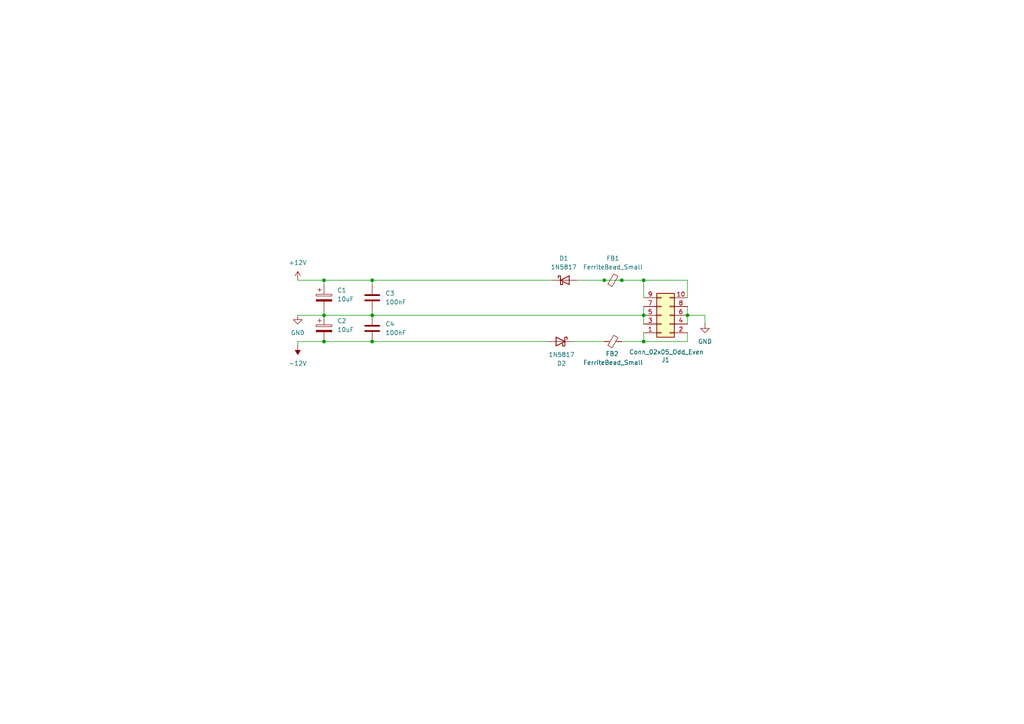
<source format=kicad_sch>
(kicad_sch (version 20250114) (generator "eeschema") (generator_version "9.0")
  (paper "A4")
  (lib_symbols
    (symbol "Connector_Generic:Conn_02x05_Odd_Even" (pin_names (offset 1.016) (hide yes))
      (property "Reference" "J" (at 1.27 7.62 0))
      (property "Value" "Conn_02x05_Odd_Even" (at 1.27 -7.62 0))
      (symbol "Conn_02x05_Odd_Even_1_1"
        (rectangle (start -1.27 6.35) (end 3.81 -6.35) (stroke (width 0.254)) (fill (type background)))
        (rectangle (start -1.27 5.207) (end 0 4.953) (stroke (width 0.1524)))
        (rectangle (start -1.27 2.667) (end 0 2.413) (stroke (width 0.1524)))
        (rectangle (start -1.27 0.127) (end 0 -0.127) (stroke (width 0.1524)))
        (rectangle (start -1.27 -2.413) (end 0 -2.667) (stroke (width 0.1524)))
        (rectangle (start -1.27 -4.953) (end 0 -5.207) (stroke (width 0.1524)))
        (rectangle (start 3.81 5.207) (end 2.54 4.953) (stroke (width 0.1524)))
        (rectangle (start 3.81 2.667) (end 2.54 2.413) (stroke (width 0.1524)))
        (rectangle (start 3.81 0.127) (end 2.54 -0.127) (stroke (width 0.1524)))
        (rectangle (start 3.81 -2.413) (end 2.54 -2.667) (stroke (width 0.1524)))
        (rectangle (start 3.81 -4.953) (end 2.54 -5.207) (stroke (width 0.1524)))
        (pin passive line (at -5.08 5.08 0) (length 3.81) (name "Pin_1") (number "1"))
        (pin passive line (at -5.08 2.54 0) (length 3.81) (name "Pin_3") (number "3"))
        (pin passive line (at -5.08 0 0) (length 3.81) (name "Pin_5") (number "5"))
        (pin passive line (at -5.08 -2.54 0) (length 3.81) (name "Pin_7") (number "7"))
        (pin passive line (at -5.08 -5.08 0) (length 3.81) (name "Pin_9") (number "9"))
        (pin passive line (at 7.62 5.08 180) (length 3.81) (name "Pin_2") (number "2"))
        (pin passive line (at 7.62 2.54 180) (length 3.81) (name "Pin_4") (number "4"))
        (pin passive line (at 7.62 0 180) (length 3.81) (name "Pin_6") (number "6"))
        (pin passive line (at 7.62 -2.54 180) (length 3.81) (name "Pin_8") (number "8"))
        (pin passive line (at 7.62 -5.08 180) (length 3.81) (name "Pin_10") (number "10"))
      )
    )
    (symbol "Device:C" (pin_numbers (hide yes)) (pin_names (offset 0.254))
      (property "Reference" "C" (at 0.635 2.54 0))
      (property "Value" "C" (at 0.635 -2.54 0))
      (symbol "C_0_1"
        (polyline (pts (xy -2.032 0.762) (xy 2.032 0.762)) (stroke (width 0.508)))
        (polyline (pts (xy -2.032 -0.762) (xy 2.032 -0.762)) (stroke (width 0.508)))
      )
      (symbol "C_1_1"
        (pin passive line (at 0 3.81 270) (length 2.794) (name "~") (number "1"))
        (pin passive line (at 0 -3.81 90) (length 2.794) (name "~") (number "2"))
      )
    )
    (symbol "Device:C_Polarized" (pin_numbers (hide yes)) (pin_names (offset 0.254))
      (property "Reference" "C" (at 0.635 2.54 0))
      (property "Value" "C_Polarized" (at 0.635 -2.54 0))
      (symbol "C_Polarized_0_1"
        (rectangle (start -2.286 0.508) (end 2.286 1.016))
        (polyline (pts (xy -1.778 2.286) (xy -0.762 2.286)))
        (polyline (pts (xy -1.27 2.794) (xy -1.27 1.778)))
        (rectangle (start 2.286 -0.508) (end -2.286 -1.016) (fill (type outline)))
      )
      (symbol "C_Polarized_1_1"
        (pin passive line (at 0 3.81 270) (length 2.794) (name "~") (number "1"))
        (pin passive line (at 0 -3.81 90) (length 2.794) (name "~") (number "2"))
      )
    )
    (symbol "Device:FerriteBead_Small" (pin_numbers (hide yes)) (pin_names (offset 0))
      (property "Reference" "FB" (at 1.905 1.27 0))
      (property "Value" "FerriteBead_Small" (at 1.905 -1.27 0))
      (symbol "FerriteBead_Small_0_1"
        (polyline (pts (xy -1.8288 0.2794) (xy -1.1176 1.4986) (xy 1.8288 -0.2032) (xy 1.1176 -1.4224) (xy -1.8288 0.2794)))
        (polyline (pts (xy 0 0.889) (xy 0 1.2954)))
        (polyline (pts (xy 0 -1.27) (xy 0 -0.7874)))
      )
      (symbol "FerriteBead_Small_1_1"
        (pin passive line (at 0 2.54 270) (length 1.27) (name "~") (number "1"))
        (pin passive line (at 0 -2.54 90) (length 1.27) (name "~") (number "2"))
      )
    )
    (symbol "Diode:1N5817" (pin_numbers (hide yes)) (pin_names (offset 1.016) (hide yes))
      (property "Reference" "D" (at 0 2.54 0))
      (property "Value" "1N5817" (at 0 -2.54 0))
      (symbol "1N5817_0_1"
        (polyline (pts (xy -1.905 0.635) (xy -1.905 1.27) (xy -1.27 1.27) (xy -1.27 -1.27) (xy -0.635 -1.27) (xy -0.635 -0.635)) (stroke (width 0.254)))
        (polyline (pts (xy 1.27 1.27) (xy 1.27 -1.27) (xy -1.27 0) (xy 1.27 1.27)) (stroke (width 0.254)))
        (polyline (pts (xy 1.27 0) (xy -1.27 0)))
      )
      (symbol "1N5817_1_1"
        (pin passive line (at -3.81 0 0) (length 2.54) (name "K") (number "1"))
        (pin passive line (at 3.81 0 180) (length 2.54) (name "A") (number "2"))
      )
    )
    (symbol "power:+12V" (power) (pin_numbers (hide yes)) (pin_names (offset 0) (hide yes))
      (property "Value" "+12V" (at 0 3.556 0))
      (symbol "+12V_0_1"
        (polyline (pts (xy -0.762 1.27) (xy 0 2.54)))
        (polyline (pts (xy 0 2.54) (xy 0.762 1.27)))
        (polyline (pts (xy 0 0) (xy 0 2.54)))
      )
      (symbol "+12V_1_1"
        (pin power_in line (at 0 0 90) (length 0) (name "~") (number "1"))
      )
    )
    (symbol "power:-12V" (power) (pin_numbers (hide yes)) (pin_names (offset 0) (hide yes))
      (property "Value" "-12V" (at 0 3.556 0))
      (symbol "-12V_0_0"
        (pin power_in line (at 0 0 90) (length 0) (name "~") (number "1"))
      )
      (symbol "-12V_0_1"
        (polyline (pts (xy 0 0) (xy 0 1.27) (xy 0.762 1.27) (xy 0 2.54) (xy -0.762 1.27) (xy 0 1.27)) (fill (type outline)))
      )
    )
    (symbol "power:GND" (power) (pin_numbers (hide yes)) (pin_names (offset 0) (hide yes))
      (property "Value" "GND" (at 0 -3.81 0))
      (symbol "GND_0_1"
        (polyline (pts (xy 0 0) (xy 0 -1.27) (xy 1.27 -1.27) (xy 0 -2.54) (xy -1.27 -1.27) (xy 0 -1.27)))
      )
      (symbol "GND_1_1"
        (pin power_in line (at 0 0 270) (length 0) (name "~") (number "1"))
      )
    )
  )
  (junction (at 186.69 91.44))
  (junction (at 199.39 91.44))
  (junction (at 107.95 81.28))
  (junction (at 93.98 99.06))
  (junction (at 186.69 81.28))
  (junction (at 107.95 91.44))
  (junction (at 180.34 81.28))
  (junction (at 93.98 91.44))
  (junction (at 93.98 81.28))
  (junction (at 107.95 99.06))
  (junction (at 175.26 81.28))
  (junction (at 186.69 99.06))
  (wire (pts (xy 167.64 81.28) (xy 175.26 81.28)))
  (wire (pts (xy 107.95 91.44) (xy 186.69 91.44)))
  (wire (pts (xy 199.39 81.28) (xy 186.69 81.28)))
  (wire (pts (xy 180.34 81.28) (xy 186.69 81.28)))
  (wire (pts (xy 199.39 96.52) (xy 199.39 99.06)))
  (wire (pts (xy 93.98 91.44) (xy 107.95 91.44)))
  (wire (pts (xy 199.39 91.44) (xy 199.39 93.98)))
  (wire (pts (xy 204.47 93.98) (xy 204.47 91.44)))
  (wire (pts (xy 186.69 88.9) (xy 186.69 91.44)))
  (wire (pts (xy 107.95 90.17) (xy 107.95 91.44)))
  (wire (pts (xy 107.95 99.06) (xy 93.98 99.06)))
  (wire (pts (xy 199.39 81.28) (xy 199.39 86.36)))
  (wire (pts (xy 86.36 81.28) (xy 93.98 81.28)))
  (wire (pts (xy 93.98 81.28) (xy 107.95 81.28)))
  (wire (pts (xy 199.39 99.06) (xy 186.69 99.06)))
  (wire (pts (xy 175.26 81.28) (xy 180.34 81.28)))
  (wire (pts (xy 204.47 91.44) (xy 199.39 91.44)))
  (wire (pts (xy 186.69 99.06) (xy 180.34 99.06)))
  (wire (pts (xy 93.98 99.06) (xy 86.36 99.06)))
  (wire (pts (xy 175.26 99.06) (xy 166.37 99.06)))
  (wire (pts (xy 186.69 81.28) (xy 186.69 86.36)))
  (wire (pts (xy 199.39 88.9) (xy 199.39 91.44)))
  (wire (pts (xy 93.98 90.17) (xy 93.98 91.44)))
  (wire (pts (xy 186.69 96.52) (xy 186.69 99.06)))
  (wire (pts (xy 86.36 91.44) (xy 93.98 91.44)))
  (wire (pts (xy 186.69 91.44) (xy 186.69 93.98)))
  (wire (pts (xy 86.36 99.06) (xy 86.36 100.33)))
  (wire (pts (xy 107.95 82.55) (xy 107.95 81.28)))
  (wire (pts (xy 158.75 99.06) (xy 107.95 99.06)))
  (wire (pts (xy 93.98 82.55) (xy 93.98 81.28)))
  (wire (pts (xy 107.95 81.28) (xy 160.02 81.28)))
  (symbol (lib_id "Device:C") (at 107.95 95.25 0) (unit 1)
    (property "Reference" "C4" (at 111.76 93.9799 0) (effects (justify left)))
    (property "Value" "100nF" (at 111.76 96.5199 0) (effects (justify left)))
    (property "Footprint" "Capacitor_SMD:C_0805_2012Metric_Pad1.18x1.45mm_HandSolder" (effects (hide yes)))
    (property "Description" "Unpolarized capacitor" (effects (hide yes)))
  )
  (symbol (lib_id "Device:C_Polarized") (at 93.98 95.25 0) (unit 1)
    (property "Reference" "C2" (at 97.79 93.0909 0) (effects (justify left)))
    (property "Value" "10uF" (at 97.79 95.6309 0) (effects (justify left)))
    (property "Footprint" "Capacitor_SMD:CP_Elec_4x3" (effects (hide yes)))
    (property "Description" "Polarized capacitor" (effects (hide yes)))
  )
  (symbol (lib_id "power:GND") (at 204.47 93.98 0) (unit 1)
    (property "Reference" "#PWR01" (effects (hide yes)))
    (property "Value" "GND" (at 204.47 99.06 0))
    (property "Description" "Power symbol creates a global label with name \"GND\" , ground" (effects (hide yes)))
  )
  (symbol (lib_id "Device:FerriteBead_Small") (at 177.8 81.28 90) (unit 1)
    (property "Reference" "FB1" (at 177.7619 74.93 90))
    (property "Value" "FerriteBead_Small" (at 177.7619 77.47 90))
    (property "Footprint" "Inductor_SMD:L_0805_2012Metric_Pad1.05x1.20mm_HandSolder" (effects (hide yes)))
    (property "Description" "Ferrite bead, small symbol" (effects (hide yes)))
  )
  (symbol (lib_id "Device:C_Polarized") (at 93.98 86.36 0) (unit 1)
    (property "Reference" "C1" (at 97.79 84.2009 0) (effects (justify left)))
    (property "Value" "10uF" (at 97.79 86.7409 0) (effects (justify left)))
    (property "Footprint" "Capacitor_SMD:CP_Elec_4x3" (effects (hide yes)))
    (property "Description" "Polarized capacitor" (effects (hide yes)))
  )
  (symbol (lib_id "Diode:1N5817") (at 162.56 99.06 0) (mirror y) (unit 1)
    (property "Reference" "D2" (at 162.8775 105.41 0))
    (property "Value" "1N5817" (at 162.8775 102.87 0))
    (property "Footprint" "Diode_SMD:D_SOD-323_HandSoldering" (effects (hide yes)))
    (property "Datasheet" "http://www.vishay.com/docs/88525/1n5817.pdf" (effects (hide yes)))
    (property "Description" "20V 1A Schottky Barrier Rectifier Diode, DO-41" (effects (hide yes)))
  )
  (symbol (lib_id "power:+12V") (at 86.36 81.28 0) (unit 1)
    (property "Reference" "#PWR03" (effects (hide yes)))
    (property "Value" "+12V" (at 86.36 76.2 0))
    (property "Description" "Power symbol creates a global label with name \"+12V\"" (effects (hide yes)))
  )
  (symbol (lib_id "Device:C") (at 107.95 86.36 0) (unit 1)
    (property "Reference" "C3" (at 111.76 85.0899 0) (effects (justify left)))
    (property "Value" "100nF" (at 111.76 87.6299 0) (effects (justify left)))
    (property "Footprint" "Capacitor_SMD:C_0805_2012Metric_Pad1.18x1.45mm_HandSolder" (effects (hide yes)))
    (property "Description" "Unpolarized capacitor" (effects (hide yes)))
  )
  (symbol (lib_id "power:GND") (at 86.36 91.44 0) (unit 1)
    (property "Reference" "#PWR02" (effects (hide yes)))
    (property "Value" "GND" (at 86.36 96.52 0))
    (property "Description" "Power symbol creates a global label with name \"GND\" , ground" (effects (hide yes)))
  )
  (symbol (lib_id "Connector_Generic:Conn_02x05_Odd_Even") (at 191.77 91.44 0) (mirror x) (unit 1)
    (property "Reference" "J1" (at 193.04 104.394 0))
    (property "Value" "Conn_02x05_Odd_Even" (at 193.294 102.108 0))
    (property "Footprint" "Connector_IDC:IDC-Header_2x05_P2.54mm_Vertical" (effects (hide yes)))
    (property "Description" "Generic connector, double row, 02x05, odd/even pin numbering scheme (row 1 odd numbers, row 2 even numbers), script generated (kicad-library-utils/schlib/autogen/connector/)" (effects (hide yes)))
  )
  (symbol (lib_id "Diode:1N5817") (at 163.83 81.28 0) (unit 1)
    (property "Reference" "D1" (at 163.5125 74.93 0))
    (property "Value" "1N5817" (at 163.5125 77.47 0))
    (property "Footprint" "Diode_SMD:D_SOD-323_HandSoldering" (effects (hide yes)))
    (property "Datasheet" "http://www.vishay.com/docs/88525/1n5817.pdf" (effects (hide yes)))
    (property "Description" "20V 1A Schottky Barrier Rectifier Diode, DO-41" (effects (hide yes)))
  )
  (symbol (lib_id "Device:FerriteBead_Small") (at 177.8 99.06 90) (unit 1)
    (property "Reference" "FB2" (at 177.546 102.616 90))
    (property "Value" "FerriteBead_Small" (at 177.8381 105.156 90))
    (property "Footprint" "Inductor_SMD:L_0805_2012Metric_Pad1.05x1.20mm_HandSolder" (effects (hide yes)))
    (property "Description" "Ferrite bead, small symbol" (effects (hide yes)))
  )
  (symbol (lib_id "power:-12V") (at 86.36 100.33 180) (unit 1)
    (property "Reference" "#PWR04" (effects (hide yes)))
    (property "Value" "-12V" (at 86.36 105.41 0))
    (property "Description" "Power symbol creates a global label with name \"-12V\"" (effects (hide yes)))
  )
)
</source>
